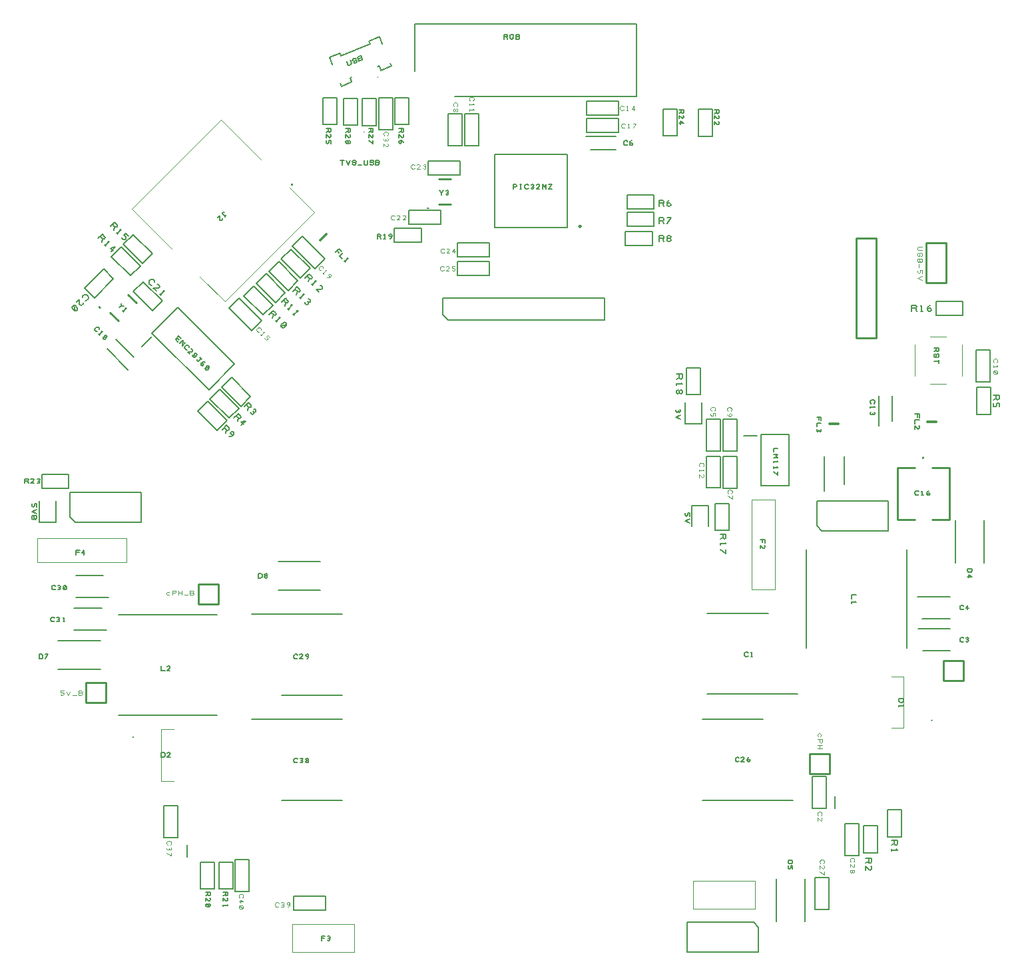
<source format=gto>
G04 DesignSpark PCB Gerber Version 12.0 Build 5942*
%FSLAX35Y35*%
%MOMM*%
%ADD12C,0.10000*%
%ADD11C,0.12700*%
%ADD10C,0.20000*%
%ADD13C,0.20320*%
%ADD16C,0.25000*%
%ADD14C,0.25400*%
%ADD15C,0.30000*%
X0Y0D02*
D02*
D10*
X39659450Y45521760D02*
Y45251760D01*
X39869450D01*
Y45521760D01*
X39895950Y43382260D02*
X40435950D01*
X40102450Y43881760D02*
X40514950D01*
X40124950Y44291760D02*
X40537450D01*
X40435950Y43744260D02*
X39895950D01*
X40452450Y44161760D02*
X40102450D01*
X40474950Y44571760D02*
X40124950D01*
X40521480Y47461060D02*
X40790180Y47192360D01*
X40669950Y42794260D02*
X41919950D01*
X40848490Y42518260D02*
G75*
G02*
X40858490I5000J0D01*
G01*
G75*
G03*
X40848490I-5000J0D01*
G01*
X40858490D02*
G75*
G02*
X40848490I-5000J0D01*
G01*
X40858490D02*
X40864420Y47351460D02*
X40638150Y47577730D01*
X40963880Y47486510D02*
X41091160Y47613790D01*
X41094690Y47659750D02*
X41419960Y47985020D01*
X42141210Y47263770D01*
X41815940Y46938500D01*
X41094690Y47659750D01*
X41541950Y40996760D02*
Y41149260D01*
X41919950Y44074260D02*
X40669950D01*
X42363450Y42746760D02*
X43510950D01*
X42363450Y44084260D02*
X43510950D01*
X42702950Y44387060D02*
X43236950D01*
X42738450Y41716760D02*
X43510950D01*
X42738450Y43054260D02*
X43510950D01*
X42865790Y49556740D02*
G75*
G02*
X42879930Y49542600I7070J-7070D01*
G01*
X42865790Y49556740D02*
G75*
G03*
X42879930Y49542600I7070J-7070D01*
G01*
X43236950Y44749460D02*
X42702950D01*
X43487330Y50838610D02*
X43502310Y50801520D01*
X43634430Y50854900D01*
X43611960Y50910530D01*
X43630500Y50918030D01*
X43964290Y51052880D02*
X43982830Y51060380D01*
X44005310Y51004740D01*
X44137430Y51058130D01*
X44122450Y51095210D01*
X44025050Y51336280D02*
X43987590Y51429000D01*
X43855470Y51375620D01*
X43870450Y51338530D01*
X43499580Y51188690D01*
X43484590Y51225780D01*
X43352470Y51172390D01*
X43389930Y51079680D01*
X44944950Y50673260D02*
X47252950D01*
Y51598260D01*
X44434950D01*
Y50988760D01*
X46378450Y49002760D02*
X45448450D01*
Y49932760D01*
X46378450D01*
Y49002760D01*
X46671450Y49996660D02*
X46991450D01*
Y50161660D02*
X46611450D01*
X47870950Y46773260D02*
Y46503260D01*
X48080950D01*
Y46773260D01*
X48171450Y45197760D02*
Y45467760D01*
X47961450D01*
Y45197760D01*
X48614950Y46353760D02*
X48789950D01*
X48842450Y46366260D02*
X49192450D01*
Y45716260D01*
X48842450D01*
Y46366260D01*
X48867450Y42746760D02*
X48094950D01*
X48927450Y44095260D02*
X48154950D01*
X49031750Y40710260D02*
Y40176260D01*
X49242450Y41716760D02*
X48094950D01*
X49302450Y43065260D02*
X48154950D01*
X49394150Y40176260D02*
Y40710260D01*
X49409950Y44901760D02*
Y43651760D01*
X49643950Y45647760D02*
Y46089260D01*
X49776950Y41614260D02*
Y41766760D01*
X49898950Y45739260D02*
Y46089260D01*
X50339450Y46861760D02*
Y46481760D01*
X50504450Y46541760D02*
Y46861760D01*
X50689950Y43651760D02*
Y44901760D01*
X50889950Y44021760D02*
X51239950D01*
X50894950Y43621760D02*
X51244950D01*
X51003910Y42732760D02*
G75*
G03*
X51013910I5000J0D01*
G01*
X51003910D02*
G75*
G02*
X51013910I5000J0D01*
G01*
X51003910D02*
X51013910D02*
G75*
G02*
X51003910I-5000J0D01*
G01*
X51239950Y44301760D02*
X50827450D01*
X51244950Y43901760D02*
X50832450D01*
X51313450Y45276760D02*
Y44736760D01*
X51675450D02*
Y45276760D01*
D02*
D11*
X39477450Y45748220D02*
Y45804470D01*
X39510260D01*
X39519640Y45799790D01*
X39524330Y45790410D01*
X39519640Y45781040D01*
X39510260Y45776350D01*
X39477450D01*
X39510260D02*
X39524330Y45748220D01*
X39589950D02*
X39552450D01*
X39585260Y45781040D01*
X39589950Y45790410D01*
X39585260Y45799790D01*
X39575890Y45804470D01*
X39561830D01*
X39552450Y45799790D01*
X39632140Y45752910D02*
X39641510Y45748220D01*
X39650890D01*
X39660260Y45752910D01*
X39664950Y45762290D01*
X39660260Y45771660D01*
X39650890Y45776350D01*
X39641510D01*
X39650890D02*
X39660260Y45781040D01*
X39664950Y45790410D01*
X39660260Y45799790D01*
X39650890Y45804470D01*
X39641510D01*
X39632140Y45799790D01*
X39571200Y45486660D02*
X39566510Y45477280D01*
Y45463220D01*
X39571200Y45453850D01*
X39580580Y45449160D01*
X39585260D01*
X39594640Y45453850D01*
X39599330Y45463220D01*
Y45486660D01*
X39622760D01*
Y45449160D01*
Y45411660D02*
X39566510Y45388220D01*
X39622760Y45364780D01*
X39594640Y45303850D02*
X39589950Y45294470D01*
X39580580Y45289780D01*
X39571200Y45294470D01*
X39566510Y45303850D01*
Y45336660D01*
X39622760D01*
Y45303850D01*
X39618080Y45294470D01*
X39608700Y45289780D01*
X39599330Y45294470D01*
X39594640Y45303850D01*
Y45336660D01*
X39659950Y43515720D02*
Y43571970D01*
X39688080D01*
X39697450Y43567290D01*
X39702140Y43562600D01*
X39706830Y43553220D01*
Y43534470D01*
X39702140Y43525100D01*
X39697450Y43520410D01*
X39688080Y43515720D01*
X39659950D01*
X39734950D02*
X39772450Y43571970D01*
X39734950D01*
X39851830Y43997600D02*
X39847140Y43992910D01*
X39837760Y43988220D01*
X39823700D01*
X39814330Y43992910D01*
X39809640Y43997600D01*
X39804950Y44006970D01*
Y44025720D01*
X39809640Y44035100D01*
X39814330Y44039790D01*
X39823700Y44044470D01*
X39837760D01*
X39847140Y44039790D01*
X39851830Y44035100D01*
X39884640Y43992910D02*
X39894010Y43988220D01*
X39903390D01*
X39912760Y43992910D01*
X39917450Y44002290D01*
X39912760Y44011660D01*
X39903390Y44016350D01*
X39894010D01*
X39903390D02*
X39912760Y44021040D01*
X39917450Y44030410D01*
X39912760Y44039790D01*
X39903390Y44044470D01*
X39894010D01*
X39884640Y44039790D01*
X39964330Y43988220D02*
X39983080D01*
X39973700D02*
Y44044470D01*
X39964330Y44035100D01*
X39864330Y44402600D02*
X39859640Y44397910D01*
X39850260Y44393220D01*
X39836200D01*
X39826830Y44397910D01*
X39822140Y44402600D01*
X39817450Y44411970D01*
Y44430720D01*
X39822140Y44440100D01*
X39826830Y44444790D01*
X39836200Y44449470D01*
X39850260D01*
X39859640Y44444790D01*
X39864330Y44440100D01*
X39897140Y44397910D02*
X39906510Y44393220D01*
X39915890D01*
X39925260Y44397910D01*
X39929950Y44407290D01*
X39925260Y44416660D01*
X39915890Y44421350D01*
X39906510D01*
X39915890D02*
X39925260Y44426040D01*
X39929950Y44435410D01*
X39925260Y44444790D01*
X39915890Y44449470D01*
X39906510D01*
X39897140Y44444790D01*
X39972140Y44397910D02*
X39981510Y44393220D01*
X39990890D01*
X40000260Y44397910D01*
X40004950Y44407290D01*
Y44435410D01*
X40000260Y44444790D01*
X39990890Y44449470D01*
X39981510D01*
X39972140Y44444790D01*
X39967450Y44435410D01*
Y44407290D01*
X39972140Y44397910D01*
X40000260Y44444790D01*
X40050750Y45635960D02*
X40954150D01*
Y45256560D01*
X40114250D01*
X40050750Y45320060D01*
Y45635960D01*
X40126950Y44840320D02*
Y44896570D01*
X40173830D01*
X40164450Y44868450D02*
X40126950D01*
X40225390Y44840320D02*
Y44896570D01*
X40201950Y44859070D01*
X40239450D01*
X40207850Y48110370D02*
Y48119210D01*
X40212270Y48132470D01*
X40225530Y48145720D01*
X40238790Y48150140D01*
X40247630D01*
X40260890Y48145720D01*
X40278560Y48128050D01*
X40282980Y48114790D01*
Y48105950D01*
X40278560Y48092690D01*
X40265310Y48079430D01*
X40252050Y48075010D01*
X40243210D01*
X40137140Y48057340D02*
X40172500Y48092690D01*
Y48030820D01*
X40176920Y48017560D01*
X40190180Y48013140D01*
X40203430Y48017560D01*
X40216690Y48030820D01*
X40221110Y48044080D01*
X40101790Y48013140D02*
X40088530Y48008720D01*
X40079690Y47999880D01*
X40075270Y47986630D01*
X40079690Y47973370D01*
X40106210Y47946850D01*
X40119460Y47942430D01*
X40132720Y47946850D01*
X40141560Y47955690D01*
X40145980Y47968950D01*
X40141560Y47982210D01*
X40115050Y48008720D01*
X40101790Y48013140D01*
X40119460Y47942430D01*
X40397170Y47680090D02*
X40390540D01*
X40380590Y47683400D01*
X40370650Y47693340D01*
X40367340Y47703290D01*
Y47709920D01*
X40370650Y47719860D01*
X40383910Y47733120D01*
X40393860Y47736430D01*
X40400490D01*
X40410420Y47733120D01*
X40420370Y47723180D01*
X40423690Y47713230D01*
Y47706600D01*
X40417060Y47646940D02*
X40430320Y47633680D01*
X40423680Y47640310D02*
X40463460Y47680090D01*
X40450210D01*
X40493290Y47610480D02*
X40499920Y47603850D01*
X40509870Y47600540D01*
X40519810Y47603850D01*
X40523120Y47613800D01*
X40519810Y47623740D01*
X40513170Y47630370D01*
X40503240Y47633690D01*
X40493290Y47630370D01*
X40489980Y47620430D01*
X40493290Y47610480D01*
X40483350Y47613790D01*
X40473410Y47610480D01*
X40470090Y47600540D01*
X40473400Y47590590D01*
X40480030Y47583960D01*
X40489970Y47580650D01*
X40499920Y47583970D01*
X40503230Y47593910D01*
X40499920Y47603850D01*
X40408210Y48864920D02*
X40461240Y48917950D01*
X40492180Y48887020D01*
X40496600Y48873760D01*
X40492180Y48860500D01*
X40478920Y48856080D01*
X40465660Y48860500D01*
X40434720Y48891430D01*
X40465660Y48860500D02*
X40452400Y48820720D01*
X40487760Y48785370D02*
X40505440Y48767690D01*
X40496600Y48776530D02*
X40549630Y48829560D01*
X40531950D01*
X40571730Y48701400D02*
X40624760Y48754430D01*
X40567310Y48741170D01*
X40602660Y48705820D01*
X40563210Y49017420D02*
X40616240Y49070450D01*
X40647180Y49039520D01*
X40651600Y49026260D01*
X40647180Y49013000D01*
X40633920Y49008580D01*
X40620660Y49013000D01*
X40589720Y49043930D01*
X40620660Y49013000D02*
X40607400Y48973220D01*
X40642760Y48937870D02*
X40660440Y48920190D01*
X40651600Y48929030D02*
X40704630Y48982060D01*
X40686950D01*
X40709050Y48880420D02*
X40713470Y48867160D01*
X40726730Y48853900D01*
X40739980Y48849480D01*
X40753240Y48853900D01*
X40757660Y48858320D01*
X40762080Y48871580D01*
X40757660Y48884840D01*
X40735570Y48906930D01*
X40757660Y48929030D01*
X40793020Y48893670D01*
X40678970Y47985030D02*
X40698860Y48004920D01*
X40702170Y48041380D01*
X40698860Y48004920D02*
X40735320Y48008230D01*
X40722060Y47941940D02*
X40735320Y47928680D01*
X40728680Y47935310D02*
X40768460Y47975090D01*
X40755210D01*
X41093740Y48269560D02*
X41084900D01*
X41071640Y48273980D01*
X41058390Y48287240D01*
X41053970Y48300500D01*
Y48309340D01*
X41058390Y48322600D01*
X41076060Y48340270D01*
X41089320Y48344690D01*
X41098160D01*
X41111420Y48340270D01*
X41124680Y48327020D01*
X41129100Y48313760D01*
Y48304920D01*
X41146770Y48198850D02*
X41111420Y48234210D01*
X41173290D01*
X41186550Y48238630D01*
X41190970Y48251890D01*
X41186550Y48265140D01*
X41173290Y48278400D01*
X41160030Y48282820D01*
X41190970Y48154660D02*
X41208650Y48136980D01*
X41199810Y48145820D02*
X41252840Y48198850D01*
X41235160D01*
X41209950Y43419570D02*
Y43363320D01*
X41256830D01*
X41322450D02*
X41284950D01*
X41317760Y43396140D01*
X41322450Y43405510D01*
X41317760Y43414890D01*
X41308390Y43419570D01*
X41294330D01*
X41284950Y43414890D01*
X41212450Y42265720D02*
Y42321970D01*
X41240580D01*
X41249950Y42317290D01*
X41254640Y42312600D01*
X41259330Y42303220D01*
Y42284470D01*
X41254640Y42275100D01*
X41249950Y42270410D01*
X41240580Y42265720D01*
X41212450D01*
X41324950D02*
X41287450D01*
X41320260Y42298540D01*
X41324950Y42307910D01*
X41320260Y42317290D01*
X41310890Y42321970D01*
X41296830D01*
X41287450Y42317290D01*
X41392390Y47581600D02*
X41432170Y47621380D01*
X41465320Y47588230D01*
X41438800Y47574980D02*
X41412280Y47601490D01*
X41392390Y47581600D02*
X41425540Y47548450D01*
X41445420Y47528570D02*
X41485200Y47568340D01*
X41478570Y47495420D01*
X41518350Y47535190D01*
X41538240Y47449020D02*
X41531610D01*
X41521660Y47452340D01*
X41511720Y47462280D01*
X41508410Y47472220D01*
Y47478850D01*
X41511720Y47488790D01*
X41524970Y47502050D01*
X41534920Y47505370D01*
X41541560D01*
X41551490Y47502050D01*
X41561430Y47492110D01*
X41564760Y47482170D01*
Y47475540D01*
X41578010Y47395990D02*
X41551490Y47422500D01*
X41597900Y47422510D01*
X41607840Y47425820D01*
X41611160Y47435770D01*
X41607840Y47445700D01*
X41597900Y47455640D01*
X41587960Y47458970D01*
X41634360Y47379420D02*
X41640990Y47372790D01*
X41650930Y47369480D01*
X41660870Y47372790D01*
X41664190Y47382740D01*
X41660870Y47392670D01*
X41654240Y47399300D01*
X41644310Y47402620D01*
X41634360Y47399300D01*
X41631050Y47389360D01*
X41634360Y47379420D01*
X41624410Y47382730D01*
X41614470Y47379420D01*
X41611160Y47369470D01*
X41614470Y47359530D01*
X41621100Y47352900D01*
X41631040Y47349590D01*
X41640990Y47352900D01*
X41644300Y47362840D01*
X41640990Y47372790D01*
X41664190Y47323070D02*
Y47316440D01*
X41667500Y47306490D01*
X41677450Y47303180D01*
X41684080D01*
X41717220Y47336320D01*
X41723850Y47329700D01*
X41717220Y47336320D02*
X41703960Y47349580D01*
X41720540Y47273350D02*
X41730480Y47276660D01*
X41740420Y47273350D01*
X41747060Y47266720D01*
X41750360Y47256780D01*
X41747060Y47246840D01*
X41737110Y47243520D01*
X41727160Y47246830D01*
X41720530Y47253460D01*
X41717220Y47263400D01*
X41720540Y47273350D01*
X41730480Y47283290D01*
X41743740Y47289920D01*
X41757000Y47289930D01*
X41766940Y47286600D01*
X41770260Y47210370D02*
X41773560Y47200430D01*
X41780200Y47193800D01*
X41790140Y47190490D01*
X41800090Y47193800D01*
X41819970Y47213690D01*
X41823290Y47223640D01*
X41819970Y47233570D01*
X41813340Y47240200D01*
X41803400Y47243520D01*
X41793460Y47240200D01*
X41773570Y47220320D01*
X41770260Y47210370D01*
X41823290Y47223640D01*
X41421350Y41238260D02*
Y41644260D01*
X41243550D01*
Y41238260D01*
X41421350D01*
X41776510Y40546660D02*
X41832760D01*
Y40513850D01*
X41828080Y40504470D01*
X41818700Y40499780D01*
X41809330Y40504470D01*
X41804640Y40513850D01*
Y40546660D01*
Y40513850D02*
X41776510Y40499780D01*
Y40434160D02*
Y40471660D01*
X41809330Y40438850D01*
X41818700Y40434160D01*
X41828080Y40438850D01*
X41832760Y40448220D01*
Y40462280D01*
X41828080Y40471660D01*
X41781200Y40391970D02*
X41776510Y40382600D01*
Y40373220D01*
X41781200Y40363850D01*
X41790580Y40359160D01*
X41818700D01*
X41828080Y40363850D01*
X41832760Y40373220D01*
Y40382600D01*
X41828080Y40391970D01*
X41818700Y40396660D01*
X41790580D01*
X41781200Y40391970D01*
X41828080Y40363850D01*
X41985710Y46432420D02*
X42038740Y46485450D01*
X42069680Y46454520D01*
X42074100Y46441260D01*
X42069680Y46428000D01*
X42056420Y46423580D01*
X42043160Y46428000D01*
X42012220Y46458930D01*
X42043160Y46428000D02*
X42029900Y46388220D01*
X42069680Y46348450D02*
X42082940Y46344030D01*
X42100610D01*
X42118290Y46352870D01*
X42131550Y46366130D01*
X42135970Y46379390D01*
X42131550Y46392640D01*
X42122710Y46401480D01*
X42109450Y46405900D01*
X42096190Y46401480D01*
X42091770Y46388220D01*
X42096190Y46374970D01*
X42105030Y46366130D01*
X42118290Y46361710D01*
X42131550Y46366130D01*
X41999010Y40545460D02*
X42055260D01*
Y40512650D01*
X42050580Y40503270D01*
X42041200Y40498580D01*
X42031830Y40503270D01*
X42027140Y40512650D01*
Y40545460D01*
Y40512650D02*
X41999010Y40498580D01*
Y40432960D02*
Y40470460D01*
X42031830Y40437650D01*
X42041200Y40432960D01*
X42050580Y40437650D01*
X42055260Y40447020D01*
Y40461080D01*
X42050580Y40470460D01*
X41999010Y40386080D02*
Y40367330D01*
Y40376710D02*
X42055260D01*
X42045890Y40386080D01*
X42012970Y49201120D02*
X42006340D01*
X41996400Y49197810D01*
X41993080Y49187860D01*
Y49181220D01*
X42026230Y49148080D01*
X42019600Y49141460D01*
X42026230Y49148080D02*
X42039480Y49161340D01*
X41926790Y49128200D02*
X41953310Y49154720D01*
X41953320Y49108310D01*
X41956630Y49098370D01*
X41966570Y49095050D01*
X41976510Y49098370D01*
X41986450Y49108310D01*
X41989770Y49118250D01*
X42135710Y46582420D02*
X42188740Y46635450D01*
X42219680Y46604520D01*
X42224100Y46591260D01*
X42219680Y46578000D01*
X42206420Y46573580D01*
X42193160Y46578000D01*
X42162220Y46608930D01*
X42193160Y46578000D02*
X42179900Y46538220D01*
X42228520Y46489610D02*
X42281550Y46542640D01*
X42224100Y46529390D01*
X42259450Y46494030D01*
X42153050Y40957760D02*
Y40551760D01*
X42330850D01*
Y40957760D01*
X42153050D01*
X42265710Y46722520D02*
X42318740Y46775550D01*
X42349680Y46744620D01*
X42354100Y46731360D01*
X42349680Y46718100D01*
X42336420Y46713680D01*
X42323160Y46718100D01*
X42292220Y46749030D01*
X42323160Y46718100D02*
X42309900Y46678320D01*
X42345260Y46651810D02*
X42349680Y46638550D01*
X42358520Y46629710D01*
X42371770Y46625290D01*
X42385030Y46629710D01*
X42389450Y46642970D01*
X42385030Y46656230D01*
X42376190Y46665070D01*
X42385030Y46656230D02*
X42398290Y46651810D01*
X42411550Y46656230D01*
X42415970Y46669490D01*
X42411550Y46682740D01*
X42402710Y46691580D01*
X42389450Y46696000D01*
X42447450Y44543220D02*
Y44599470D01*
X42475580D01*
X42484950Y44594790D01*
X42489640Y44590100D01*
X42494330Y44580720D01*
Y44561970D01*
X42489640Y44552600D01*
X42484950Y44547910D01*
X42475580Y44543220D01*
X42447450D01*
X42536510Y44571350D02*
X42545890D01*
X42555260Y44576040D01*
X42559950Y44585410D01*
X42555260Y44594790D01*
X42545890Y44599470D01*
X42536510D01*
X42527140Y44594790D01*
X42522450Y44585410D01*
X42527140Y44576040D01*
X42536510Y44571350D01*
X42527140Y44566660D01*
X42522450Y44557290D01*
X42527140Y44547910D01*
X42536510Y44543220D01*
X42545890D01*
X42555260Y44547910D01*
X42559950Y44557290D01*
X42555260Y44566660D01*
X42545890Y44571350D01*
X42484210Y47820230D02*
X42197120Y48107310D01*
X42071400Y47981590D01*
X42358480Y47694500D01*
X42484210Y47820230D01*
X42583210Y47894920D02*
X42636240Y47947950D01*
X42667180Y47917020D01*
X42671600Y47903760D01*
X42667180Y47890500D01*
X42653920Y47886080D01*
X42640660Y47890500D01*
X42609720Y47921430D01*
X42640660Y47890500D02*
X42627400Y47850720D01*
X42662760Y47815370D02*
X42680440Y47797690D01*
X42671600Y47806530D02*
X42724630Y47859560D01*
X42706950D01*
X42733470Y47753500D02*
X42737890Y47740240D01*
X42746730Y47731400D01*
X42759980Y47726980D01*
X42773240Y47731400D01*
X42799760Y47757920D01*
X42804180Y47771170D01*
X42799760Y47784430D01*
X42790920Y47793270D01*
X42777660Y47797690D01*
X42764400Y47793270D01*
X42737890Y47766760D01*
X42733470Y47753500D01*
X42804180Y47771170D01*
X42738210Y48052420D02*
X42791240Y48105450D01*
X42822180Y48074520D01*
X42826600Y48061260D01*
X42822180Y48048000D01*
X42808920Y48043580D01*
X42795660Y48048000D01*
X42764720Y48078930D01*
X42795660Y48048000D02*
X42782400Y48008220D01*
X42817760Y47972870D02*
X42835440Y47955190D01*
X42826600Y47964030D02*
X42879630Y48017060D01*
X42861950D01*
X42888470Y47902160D02*
X42906150Y47884480D01*
X42897310Y47893320D02*
X42950340Y47946350D01*
X42932660D01*
X42887910Y48193320D02*
X42940940Y48246350D01*
X42971880Y48215420D01*
X42976300Y48202160D01*
X42971880Y48188900D01*
X42958620Y48184480D01*
X42945360Y48188900D01*
X42914420Y48219830D01*
X42945360Y48188900D02*
X42932100Y48149120D01*
X42967460Y48113770D02*
X42985140Y48096090D01*
X42976300Y48104930D02*
X43029330Y48157960D01*
X43011650D01*
X43038170Y48051900D02*
X43042590Y48038640D01*
X43051430Y48029800D01*
X43064680Y48025380D01*
X43077940Y48029800D01*
X43082360Y48043060D01*
X43077940Y48056320D01*
X43069100Y48065160D01*
X43077940Y48056320D02*
X43091200Y48051900D01*
X43104460Y48056320D01*
X43108880Y48069570D01*
X43104460Y48082830D01*
X43095620Y48091670D01*
X43082360Y48096090D01*
X42944330Y42202600D02*
X42939640Y42197910D01*
X42930260Y42193220D01*
X42916200D01*
X42906830Y42197910D01*
X42902140Y42202600D01*
X42897450Y42211970D01*
Y42230720D01*
X42902140Y42240100D01*
X42906830Y42244790D01*
X42916200Y42249470D01*
X42930260D01*
X42939640Y42244790D01*
X42944330Y42240100D01*
X42977140Y42197910D02*
X42986510Y42193220D01*
X42995890D01*
X43005260Y42197910D01*
X43009950Y42207290D01*
X43005260Y42216660D01*
X42995890Y42221350D01*
X42986510D01*
X42995890D02*
X43005260Y42226040D01*
X43009950Y42235410D01*
X43005260Y42244790D01*
X42995890Y42249470D01*
X42986510D01*
X42977140Y42244790D01*
X43061510Y42221350D02*
X43070890D01*
X43080260Y42226040D01*
X43084950Y42235410D01*
X43080260Y42244790D01*
X43070890Y42249470D01*
X43061510D01*
X43052140Y42244790D01*
X43047450Y42235410D01*
X43052140Y42226040D01*
X43061510Y42221350D01*
X43052140Y42216660D01*
X43047450Y42207290D01*
X43052140Y42197910D01*
X43061510Y42193220D01*
X43070890D01*
X43080260Y42197910D01*
X43084950Y42207290D01*
X43080260Y42216660D01*
X43070890Y42221350D01*
X42944330Y43525100D02*
X42939640Y43520410D01*
X42930260Y43515720D01*
X42916200D01*
X42906830Y43520410D01*
X42902140Y43525100D01*
X42897450Y43534470D01*
Y43553220D01*
X42902140Y43562600D01*
X42906830Y43567290D01*
X42916200Y43571970D01*
X42930260D01*
X42939640Y43567290D01*
X42944330Y43562600D01*
X43009950Y43515720D02*
X42972450D01*
X43005260Y43548540D01*
X43009950Y43557910D01*
X43005260Y43567290D01*
X42995890Y43571970D01*
X42981830D01*
X42972450Y43567290D01*
X43061510Y43515720D02*
X43070890Y43520410D01*
X43080260Y43529790D01*
X43084950Y43543850D01*
Y43557910D01*
X43080260Y43567290D01*
X43070890Y43571970D01*
X43061510D01*
X43052140Y43567290D01*
X43047450Y43557910D01*
X43052140Y43548540D01*
X43061510Y43543850D01*
X43070890D01*
X43080260Y43548540D01*
X43084950Y43557910D01*
X43040710Y48359920D02*
X43093740Y48412950D01*
X43124680Y48382020D01*
X43129100Y48368760D01*
X43124680Y48355500D01*
X43111420Y48351080D01*
X43098160Y48355500D01*
X43067220Y48386430D01*
X43098160Y48355500D02*
X43084900Y48315720D01*
X43120260Y48280370D02*
X43137940Y48262690D01*
X43129100Y48271530D02*
X43182130Y48324560D01*
X43164450D01*
X43217480Y48183140D02*
X43182130Y48218500D01*
X43244000D01*
X43257260Y48222920D01*
X43261680Y48236170D01*
X43257260Y48249430D01*
X43244000Y48262690D01*
X43230740Y48267110D01*
X43247450Y39930720D02*
Y39986970D01*
X43294330D01*
X43284950Y39958850D02*
X43247450D01*
X43327140Y39935410D02*
X43336510Y39930720D01*
X43345890D01*
X43355260Y39935410D01*
X43359950Y39944790D01*
X43355260Y39954160D01*
X43345890Y39958850D01*
X43336510D01*
X43345890D02*
X43355260Y39963540D01*
X43359950Y39972910D01*
X43355260Y39982290D01*
X43345890Y39986970D01*
X43336510D01*
X43327140Y39982290D01*
X43293210Y48605730D02*
X43006120Y48892810D01*
X42880400Y48767090D01*
X43167480Y48480000D01*
X43293210Y48605730D01*
X43309010Y50260760D02*
X43365260D01*
Y50227950D01*
X43360580Y50218570D01*
X43351200Y50213880D01*
X43341830Y50218570D01*
X43337140Y50227950D01*
Y50260760D01*
Y50227950D02*
X43309010Y50213880D01*
Y50148260D02*
Y50185760D01*
X43341830Y50152950D01*
X43351200Y50148260D01*
X43360580Y50152950D01*
X43365260Y50162320D01*
Y50176380D01*
X43360580Y50185760D01*
X43313700Y50110760D02*
X43309010Y50101380D01*
Y50087320D01*
X43313700Y50077950D01*
X43323080Y50073260D01*
X43327760D01*
X43337140Y50077950D01*
X43341830Y50087320D01*
Y50110760D01*
X43365260D01*
Y50073260D01*
X43303450Y40493160D02*
X42897450D01*
Y40315360D01*
X43303450D01*
Y40493160D01*
X43427390Y48691600D02*
X43467170Y48731380D01*
X43500320Y48698230D01*
X43473800Y48684980D02*
X43447280Y48711490D01*
X43520200Y48678340D02*
X43480420Y48638570D01*
X43513570Y48605420D01*
X43540090Y48578900D02*
X43553350Y48565640D01*
X43546720Y48572280D02*
X43586490Y48612050D01*
X43573240D01*
X43513390Y49803310D02*
Y49859560D01*
X43489950D02*
X43536830D01*
X43564950D02*
X43588390Y49803310D01*
X43611830Y49859560D01*
X43639950Y49817380D02*
X43644640Y49808000D01*
X43654010Y49803310D01*
X43672760D01*
X43682140Y49808000D01*
X43686830Y49817380D01*
X43682140Y49826750D01*
X43672760Y49831440D01*
X43654010D01*
X43644640Y49836130D01*
X43639950Y49845500D01*
X43644640Y49854880D01*
X43654010Y49859560D01*
X43672760D01*
X43682140Y49854880D01*
X43686830Y49845500D01*
X43714950Y49803310D02*
X43761830D01*
X43789950Y49859560D02*
Y49817380D01*
X43794640Y49808000D01*
X43804010Y49803310D01*
X43822760D01*
X43832140Y49808000D01*
X43836830Y49817380D01*
Y49859560D01*
X43864950Y49817380D02*
X43869640Y49808000D01*
X43879010Y49803310D01*
X43897760D01*
X43907140Y49808000D01*
X43911830Y49817380D01*
X43907140Y49826750D01*
X43897760Y49831440D01*
X43879010D01*
X43869640Y49836130D01*
X43864950Y49845500D01*
X43869640Y49854880D01*
X43879010Y49859560D01*
X43897760D01*
X43907140Y49854880D01*
X43911830Y49845500D01*
X43972760Y49831440D02*
X43982140Y49826750D01*
X43986830Y49817380D01*
X43982140Y49808000D01*
X43972760Y49803310D01*
X43939950D01*
Y49859560D01*
X43972760D01*
X43982140Y49854880D01*
X43986830Y49845500D01*
X43982140Y49836130D01*
X43972760Y49831440D01*
X43939950D01*
X43559010Y50260760D02*
X43615260D01*
Y50227950D01*
X43610580Y50218570D01*
X43601200Y50213880D01*
X43591830Y50218570D01*
X43587140Y50227950D01*
Y50260760D01*
Y50227950D02*
X43559010Y50213880D01*
Y50148260D02*
Y50185760D01*
X43591830Y50152950D01*
X43601200Y50148260D01*
X43610580Y50152950D01*
X43615260Y50162320D01*
Y50176380D01*
X43610580Y50185760D01*
X43587140Y50096700D02*
Y50087320D01*
X43591830Y50077950D01*
X43601200Y50073260D01*
X43610580Y50077950D01*
X43615260Y50087320D01*
Y50096700D01*
X43610580Y50106070D01*
X43601200Y50110760D01*
X43591830Y50106070D01*
X43587140Y50096700D01*
X43582450Y50106070D01*
X43573080Y50110760D01*
X43563700Y50106070D01*
X43559010Y50096700D01*
Y50087320D01*
X43563700Y50077950D01*
X43573080Y50073260D01*
X43582450Y50077950D01*
X43587140Y50087320D01*
X43568610Y51116850D02*
X43584410Y51077740D01*
X43592270Y51070800D01*
X43602720Y51069960D01*
X43620100Y51076990D01*
X43627040Y51084850D01*
X43627880Y51095300D01*
X43612080Y51134410D01*
X43653950Y51105840D02*
X43661810Y51098900D01*
X43672260Y51098060D01*
X43689640Y51105080D01*
X43696580Y51112940D01*
X43697420Y51123400D01*
X43689560Y51130330D01*
X43679110Y51131160D01*
X43661720Y51124140D01*
X43651280Y51124980D01*
X43643420Y51131910D01*
X43644250Y51142360D01*
X43651190Y51150210D01*
X43668570Y51157240D01*
X43679020Y51156410D01*
X43686880Y51149470D01*
X43748640Y51159260D02*
X43759100Y51158430D01*
X43766960Y51151490D01*
X43766120Y51141040D01*
X43759180Y51133180D01*
X43728760Y51120890D01*
X43707690Y51173040D01*
X43738110Y51185330D01*
X43748560Y51184510D01*
X43756420Y51177570D01*
X43755580Y51167120D01*
X43748640Y51159260D01*
X43718220Y51146970D01*
X43849010Y50260760D02*
X43905260D01*
Y50227950D01*
X43900580Y50218570D01*
X43891200Y50213880D01*
X43881830Y50218570D01*
X43877140Y50227950D01*
Y50260760D01*
Y50227950D02*
X43849010Y50213880D01*
Y50148260D02*
Y50185760D01*
X43881830Y50152950D01*
X43891200Y50148260D01*
X43900580Y50152950D01*
X43905260Y50162320D01*
Y50176380D01*
X43900580Y50185760D01*
X43849010Y50110760D02*
X43905260Y50073260D01*
Y50110760D01*
X43957450Y48863220D02*
Y48919470D01*
X43990260D01*
X43999640Y48914790D01*
X44004330Y48905410D01*
X43999640Y48896040D01*
X43990260Y48891350D01*
X43957450D01*
X43990260D02*
X44004330Y48863220D01*
X44041830D02*
X44060580D01*
X44051200D02*
Y48919470D01*
X44041830Y48910100D01*
X44121510Y48863220D02*
X44130890Y48867910D01*
X44140260Y48877290D01*
X44144950Y48891350D01*
Y48905410D01*
X44140260Y48914790D01*
X44130890Y48919470D01*
X44121510D01*
X44112140Y48914790D01*
X44107450Y48905410D01*
X44112140Y48896040D01*
X44121510Y48891350D01*
X44130890D01*
X44140260Y48896040D01*
X44144950Y48905410D01*
X43976550Y50653760D02*
Y50247760D01*
X44154350D01*
Y50653760D01*
X43976550D01*
X44236510Y50260760D02*
X44292760D01*
Y50227950D01*
X44288080Y50218570D01*
X44278700Y50213880D01*
X44269330Y50218570D01*
X44264640Y50227950D01*
Y50260760D01*
Y50227950D02*
X44236510Y50213880D01*
Y50148260D02*
Y50185760D01*
X44269330Y50152950D01*
X44278700Y50148260D01*
X44288080Y50152950D01*
X44292760Y50162320D01*
Y50176380D01*
X44288080Y50185760D01*
X44250580Y50110760D02*
X44259950Y50106070D01*
X44264640Y50096700D01*
Y50087320D01*
X44259950Y50077950D01*
X44250580Y50073260D01*
X44241200Y50077950D01*
X44236510Y50087320D01*
Y50096700D01*
X44241200Y50106070D01*
X44250580Y50110760D01*
X44264640D01*
X44278700Y50106070D01*
X44288080Y50096700D01*
X44292760Y50087320D01*
X44361950Y49043860D02*
X44767950D01*
Y49221660D01*
X44361950D01*
Y49043860D01*
X44773390Y49418220D02*
Y49446350D01*
X44749950Y49474470D01*
X44773390Y49446350D02*
X44796830Y49474470D01*
X44829640Y49422910D02*
X44839010Y49418220D01*
X44848390D01*
X44857760Y49422910D01*
X44862450Y49432290D01*
X44857760Y49441660D01*
X44848390Y49446350D01*
X44839010D01*
X44848390D02*
X44857760Y49451040D01*
X44862450Y49460410D01*
X44857760Y49469790D01*
X44848390Y49474470D01*
X44839010D01*
X44829640Y49469790D01*
X44792750Y48107960D02*
X46850150D01*
Y47828560D01*
X44856250D01*
X44792750Y47892060D01*
Y48107960D01*
X44857050Y50447660D02*
Y50041660D01*
X45034850D01*
Y50447660D01*
X44857050D01*
X44973950Y48397760D02*
X45379950D01*
Y48575560D01*
X44973950D01*
Y48397760D01*
Y48627760D02*
X45379950D01*
Y48805560D01*
X44973950D01*
Y48627760D01*
X45014450Y49854160D02*
X44608450D01*
Y49676360D01*
X45014450D01*
Y49854160D01*
X45071050Y50447660D02*
Y50041660D01*
X45248850D01*
Y50447660D01*
X45071050D01*
X45569950Y51403220D02*
Y51459470D01*
X45602760D01*
X45612140Y51454790D01*
X45616830Y51445410D01*
X45612140Y51436040D01*
X45602760Y51431350D01*
X45569950D01*
X45602760D02*
X45616830Y51403220D01*
X45677760Y51426660D02*
X45691830D01*
Y51421970D01*
X45687140Y51412600D01*
X45682450Y51407910D01*
X45673080Y51403220D01*
X45663700D01*
X45654330Y51407910D01*
X45649640Y51412600D01*
X45644950Y51421970D01*
Y51440720D01*
X45649640Y51450100D01*
X45654330Y51454790D01*
X45663700Y51459470D01*
X45673080D01*
X45682450Y51454790D01*
X45687140Y51450100D01*
X45691830Y51440720D01*
X45752760Y51431350D02*
X45762140Y51426660D01*
X45766830Y51417290D01*
X45762140Y51407910D01*
X45752760Y51403220D01*
X45719950D01*
Y51459470D01*
X45752760D01*
X45762140Y51454790D01*
X45766830Y51445410D01*
X45762140Y51436040D01*
X45752760Y51431350D01*
X45719950D01*
X45684950Y49495720D02*
Y49551970D01*
X45717760D01*
X45727140Y49547290D01*
X45731830Y49537910D01*
X45727140Y49528540D01*
X45717760Y49523850D01*
X45684950D01*
X45774010Y49495720D02*
X45792760D01*
X45783390D02*
Y49551970D01*
X45774010D02*
X45792760D01*
X45881830Y49505100D02*
X45877140Y49500410D01*
X45867760Y49495720D01*
X45853700D01*
X45844330Y49500410D01*
X45839640Y49505100D01*
X45834950Y49514470D01*
Y49533220D01*
X45839640Y49542600D01*
X45844330Y49547290D01*
X45853700Y49551970D01*
X45867760D01*
X45877140Y49547290D01*
X45881830Y49542600D01*
X45914640Y49500410D02*
X45924010Y49495720D01*
X45933390D01*
X45942760Y49500410D01*
X45947450Y49509790D01*
X45942760Y49519160D01*
X45933390Y49523850D01*
X45924010D01*
X45933390D02*
X45942760Y49528540D01*
X45947450Y49537910D01*
X45942760Y49547290D01*
X45933390Y49551970D01*
X45924010D01*
X45914640Y49547290D01*
X46022450Y49495720D02*
X45984950D01*
X46017760Y49528540D01*
X46022450Y49537910D01*
X46017760Y49547290D01*
X46008390Y49551970D01*
X45994330D01*
X45984950Y49547290D01*
X46059950Y49495720D02*
Y49551970D01*
X46083390Y49523850D01*
X46106830Y49551970D01*
Y49495720D01*
X46134950Y49551970D02*
X46181830D01*
X46134950Y49495720D01*
X46181830D01*
X46618950Y50215260D02*
X47024950D01*
Y50393060D01*
X46618950D01*
Y50215260D01*
Y50431140D02*
X47024950D01*
Y50608940D01*
X46618950D01*
Y50431140D01*
X47140370Y50061720D02*
X47135680Y50057030D01*
X47126300Y50052340D01*
X47112240D01*
X47102870Y50057030D01*
X47098180Y50061720D01*
X47093490Y50071090D01*
Y50089840D01*
X47098180Y50099220D01*
X47102870Y50103910D01*
X47112240Y50108590D01*
X47126300D01*
X47135680Y50103910D01*
X47140370Y50099220D01*
X47168490Y50066410D02*
X47173180Y50075780D01*
X47182550Y50080470D01*
X47191930D01*
X47201300Y50075780D01*
X47205990Y50066410D01*
X47201300Y50057030D01*
X47191930Y50052340D01*
X47182550D01*
X47173180Y50057030D01*
X47168490Y50066410D01*
Y50080470D01*
X47173180Y50094530D01*
X47182550Y50103910D01*
X47191930Y50108590D01*
X47542450Y48827910D02*
Y48902910D01*
X47586200D01*
X47598700Y48896660D01*
X47604950Y48884160D01*
X47598700Y48871660D01*
X47586200Y48865410D01*
X47542450D01*
X47586200D02*
X47604950Y48827910D01*
X47661200Y48865410D02*
X47673700D01*
X47686200Y48871660D01*
X47692450Y48884160D01*
X47686200Y48896660D01*
X47673700Y48902910D01*
X47661200D01*
X47648700Y48896660D01*
X47642450Y48884160D01*
X47648700Y48871660D01*
X47661200Y48865410D01*
X47648700Y48859160D01*
X47642450Y48846660D01*
X47648700Y48834160D01*
X47661200Y48827910D01*
X47673700D01*
X47686200Y48834160D01*
X47692450Y48846660D01*
X47686200Y48859160D01*
X47673700Y48865410D01*
X47542450Y49051510D02*
Y49126510D01*
X47586200D01*
X47598700Y49120260D01*
X47604950Y49107760D01*
X47598700Y49095260D01*
X47586200Y49089010D01*
X47542450D01*
X47586200D02*
X47604950Y49051510D01*
X47642450D02*
X47692450Y49126510D01*
X47642450D01*
X47542450Y49276510D02*
Y49351510D01*
X47586200D01*
X47598700Y49345260D01*
X47604950Y49332760D01*
X47598700Y49320260D01*
X47586200Y49314010D01*
X47542450D01*
X47586200D02*
X47604950Y49276510D01*
X47642450Y49295260D02*
X47648700Y49307760D01*
X47661200Y49314010D01*
X47673700D01*
X47686200Y49307760D01*
X47692450Y49295260D01*
X47686200Y49282760D01*
X47673700Y49276510D01*
X47661200D01*
X47648700Y49282760D01*
X47642450Y49295260D01*
Y49314010D01*
X47648700Y49332760D01*
X47661200Y49345260D01*
X47673700Y49351510D01*
X47761200Y46681970D02*
X47756510Y46672600D01*
Y46663220D01*
X47761200Y46653850D01*
X47770580Y46649160D01*
X47779950Y46653850D01*
X47784640Y46663220D01*
Y46672600D01*
Y46663220D02*
X47789330Y46653850D01*
X47798700Y46649160D01*
X47808080Y46653850D01*
X47812760Y46663220D01*
Y46672600D01*
X47808080Y46681970D01*
X47812760Y46611660D02*
X47756510Y46588220D01*
X47812760Y46564780D01*
X47763700Y47136660D02*
X47838700D01*
Y47092910D01*
X47832450Y47080410D01*
X47819950Y47074160D01*
X47807450Y47080410D01*
X47801200Y47092910D01*
Y47136660D01*
Y47092910D02*
X47763700Y47074160D01*
Y47024160D02*
Y46999160D01*
Y47011660D02*
X47838700D01*
X47826200Y47024160D01*
X47801200Y46917910D02*
Y46905410D01*
X47807450Y46892910D01*
X47819950Y46886660D01*
X47832450Y46892910D01*
X47838700Y46905410D01*
Y46917910D01*
X47832450Y46930410D01*
X47819950Y46936660D01*
X47807450Y46930410D01*
X47801200Y46917910D01*
X47794950Y46930410D01*
X47782450Y46936660D01*
X47769950Y46930410D01*
X47763700Y46917910D01*
Y46905410D01*
X47769950Y46892910D01*
X47782450Y46886660D01*
X47794950Y46892910D01*
X47801200Y46905410D01*
X47797000Y50504160D02*
X47853250D01*
Y50471350D01*
X47848570Y50461970D01*
X47839190Y50457280D01*
X47829820Y50461970D01*
X47825130Y50471350D01*
Y50504160D01*
Y50471350D02*
X47797000Y50457280D01*
Y50391660D02*
Y50429160D01*
X47829820Y50396350D01*
X47839190Y50391660D01*
X47848570Y50396350D01*
X47853250Y50405720D01*
Y50419780D01*
X47848570Y50429160D01*
X47797000Y50330720D02*
X47853250D01*
X47815750Y50354160D01*
Y50316660D01*
X47878700Y45369160D02*
X47874010Y45359780D01*
Y45345720D01*
X47878700Y45336350D01*
X47888080Y45331660D01*
X47892760D01*
X47902140Y45336350D01*
X47906830Y45345720D01*
Y45369160D01*
X47930260D01*
Y45331660D01*
Y45294160D02*
X47874010Y45270720D01*
X47930260Y45247280D01*
X48147550Y46562760D02*
Y46156760D01*
X48325350D01*
Y46562760D01*
X48147550D01*
X48247000Y50501660D02*
X48303250D01*
Y50468850D01*
X48298570Y50459470D01*
X48289190Y50454780D01*
X48279820Y50459470D01*
X48275130Y50468850D01*
Y50501660D01*
Y50468850D02*
X48247000Y50454780D01*
Y50389160D02*
Y50426660D01*
X48279820Y50393850D01*
X48289190Y50389160D01*
X48298570Y50393850D01*
X48303250Y50403220D01*
Y50417280D01*
X48298570Y50426660D01*
X48247000Y50314160D02*
Y50351660D01*
X48279820Y50318850D01*
X48289190Y50314160D01*
X48298570Y50318850D01*
X48303250Y50328220D01*
Y50342280D01*
X48298570Y50351660D01*
X48318700Y45104160D02*
X48393700D01*
Y45060410D01*
X48387450Y45047910D01*
X48374950Y45041660D01*
X48362450Y45047910D01*
X48356200Y45060410D01*
Y45104160D01*
Y45060410D02*
X48318700Y45041660D01*
Y44991660D02*
Y44966660D01*
Y44979160D02*
X48393700D01*
X48381200Y44991660D01*
X48318700Y44904160D02*
X48393700Y44854160D01*
Y44904160D01*
X48324850Y45688760D02*
Y46094760D01*
X48147050D01*
Y45688760D01*
X48324850D01*
X48355550Y46563540D02*
Y46157540D01*
X48533350D01*
Y46563540D01*
X48355550D01*
X48559330Y42215100D02*
X48554640Y42210410D01*
X48545260Y42205720D01*
X48531200D01*
X48521830Y42210410D01*
X48517140Y42215100D01*
X48512450Y42224470D01*
Y42243220D01*
X48517140Y42252600D01*
X48521830Y42257290D01*
X48531200Y42261970D01*
X48545260D01*
X48554640Y42257290D01*
X48559330Y42252600D01*
X48624950Y42205720D02*
X48587450D01*
X48620260Y42238540D01*
X48624950Y42247910D01*
X48620260Y42257290D01*
X48610890Y42261970D01*
X48596830D01*
X48587450Y42257290D01*
X48662450Y42219790D02*
X48667140Y42229160D01*
X48676510Y42233850D01*
X48685890D01*
X48695260Y42229160D01*
X48699950Y42219790D01*
X48695260Y42210410D01*
X48685890Y42205720D01*
X48676510D01*
X48667140Y42210410D01*
X48662450Y42219790D01*
Y42233850D01*
X48667140Y42247910D01*
X48676510Y42257290D01*
X48685890Y42261970D01*
X48534850Y45687760D02*
Y46093760D01*
X48357050D01*
Y45687760D01*
X48534850D01*
X48674330Y43552600D02*
X48669640Y43547910D01*
X48660260Y43543220D01*
X48646200D01*
X48636830Y43547910D01*
X48632140Y43552600D01*
X48627450Y43561970D01*
Y43580720D01*
X48632140Y43590100D01*
X48636830Y43594790D01*
X48646200Y43599470D01*
X48660260D01*
X48669640Y43594790D01*
X48674330Y43590100D01*
X48711830Y43543220D02*
X48730580D01*
X48721200D02*
Y43599470D01*
X48711830Y43590100D01*
X48805650Y39780560D02*
X47902250D01*
Y40159960D01*
X48742150D01*
X48805650Y40096460D01*
Y39780560D01*
X48829010Y45034160D02*
X48885260D01*
Y44987280D01*
X48857140Y44996660D02*
Y45034160D01*
X48829010Y44921660D02*
Y44959160D01*
X48861830Y44926350D01*
X48871200Y44921660D01*
X48880580Y44926350D01*
X48885260Y44935720D01*
Y44949780D01*
X48880580Y44959160D01*
X49052760Y46194160D02*
X48996510D01*
Y46147280D01*
Y46119160D02*
X49052760D01*
X49024640Y46095720D01*
X49052760Y46072280D01*
X48996510D01*
Y46034780D02*
Y46016030D01*
Y46025410D02*
X49052760D01*
X49043390Y46034780D01*
X48996510Y45959780D02*
Y45941030D01*
Y45950410D02*
X49052760D01*
X49043390Y45959780D01*
X48996510Y45894160D02*
X49052760Y45856660D01*
Y45894160D01*
X49184010Y40955310D02*
X49240260D01*
Y40927180D01*
X49235580Y40917810D01*
X49230890Y40913120D01*
X49221510Y40908430D01*
X49202760D01*
X49193390Y40913120D01*
X49188700Y40917810D01*
X49184010Y40927180D01*
Y40955310D01*
X49188700Y40880310D02*
X49184010Y40870930D01*
Y40856870D01*
X49188700Y40847500D01*
X49198080Y40842810D01*
X49202760D01*
X49212140Y40847500D01*
X49216830Y40856870D01*
Y40880310D01*
X49240260D01*
Y40842810D01*
X49524550Y40732260D02*
Y40326260D01*
X49702350D01*
Y40732260D01*
X49524550D01*
X49546510Y46591660D02*
X49602760D01*
Y46544780D01*
X49574640Y46554160D02*
Y46591660D01*
X49602760Y46516660D02*
X49546510D01*
Y46469780D01*
X49551200Y46436970D02*
X49546510Y46427600D01*
Y46418220D01*
X49551200Y46408850D01*
X49560580Y46404160D01*
X49569950Y46408850D01*
X49574640Y46418220D01*
Y46427600D01*
Y46418220D02*
X49579330Y46408850D01*
X49588700Y46404160D01*
X49598080Y46408850D01*
X49602760Y46418220D01*
Y46427600D01*
X49598080Y46436970D01*
X49548750Y45524960D02*
X50452150D01*
Y45145560D01*
X49612250D01*
X49548750Y45209060D01*
Y45524960D01*
X49668850Y41608260D02*
Y42014260D01*
X49491050D01*
Y41608260D01*
X49668850D01*
X49906050Y41415260D02*
Y41009260D01*
X50083850D01*
Y41415260D01*
X49906050D01*
X50045260Y44326660D02*
X49989010D01*
Y44279780D01*
Y44242280D02*
Y44223530D01*
Y44232910D02*
X50045260D01*
X50035890Y44242280D01*
X50168700Y40976910D02*
X50243700D01*
Y40933160D01*
X50237450Y40920660D01*
X50224950Y40914410D01*
X50212450Y40920660D01*
X50206200Y40933160D01*
Y40976910D01*
Y40933160D02*
X50168700Y40914410D01*
Y40826910D02*
Y40876910D01*
X50212450Y40833160D01*
X50224950Y40826910D01*
X50237450Y40833160D01*
X50243700Y40845660D01*
Y40864410D01*
X50237450Y40876910D01*
X50238390Y46762280D02*
X50233700Y46766970D01*
X50229010Y46776350D01*
Y46790410D01*
X50233700Y46799780D01*
X50238390Y46804470D01*
X50247760Y46809160D01*
X50266510D01*
X50275890Y46804470D01*
X50280580Y46799780D01*
X50285260Y46790410D01*
Y46776350D01*
X50280580Y46766970D01*
X50275890Y46762280D01*
X50229010Y46724780D02*
Y46706030D01*
Y46715410D02*
X50285260D01*
X50275890Y46724780D01*
X50233700Y46654470D02*
X50229010Y46645100D01*
Y46635720D01*
X50233700Y46626350D01*
X50243080Y46621660D01*
X50252450Y46626350D01*
X50257140Y46635720D01*
Y46645100D01*
Y46635720D02*
X50261830Y46626350D01*
X50271200Y46621660D01*
X50280580Y46626350D01*
X50285260Y46635720D01*
Y46645100D01*
X50280580Y46654470D01*
X50496200Y41206660D02*
X50571200D01*
Y41162910D01*
X50564950Y41150410D01*
X50552450Y41144160D01*
X50539950Y41150410D01*
X50533700Y41162910D01*
Y41206660D01*
Y41162910D02*
X50496200Y41144160D01*
Y41094160D02*
Y41069160D01*
Y41081660D02*
X50571200D01*
X50558700Y41094160D01*
X50594010Y43006660D02*
X50650260D01*
Y42978530D01*
X50645580Y42969160D01*
X50640890Y42964470D01*
X50631510Y42959780D01*
X50612760D01*
X50603390Y42964470D01*
X50598700Y42969160D01*
X50594010Y42978530D01*
Y43006660D01*
Y42922280D02*
Y42903530D01*
Y42912910D02*
X50650260D01*
X50640890Y42922280D01*
X50754950Y47937910D02*
Y48012910D01*
X50798700D01*
X50811200Y48006660D01*
X50817450Y47994160D01*
X50811200Y47981660D01*
X50798700Y47975410D01*
X50754950D01*
X50798700D02*
X50817450Y47937910D01*
X50867450D02*
X50892450D01*
X50879950D02*
Y48012910D01*
X50867450Y48000410D01*
X50954950Y47956660D02*
X50961200Y47969160D01*
X50973700Y47975410D01*
X50986200D01*
X50998700Y47969160D01*
X51004950Y47956660D01*
X50998700Y47944160D01*
X50986200Y47937910D01*
X50973700D01*
X50961200Y47944160D01*
X50954950Y47956660D01*
Y47975410D01*
X50961200Y47994160D01*
X50973700Y48006660D01*
X50986200Y48012910D01*
X50796510Y46629160D02*
X50852760D01*
Y46582280D01*
X50824640Y46591660D02*
Y46629160D01*
X50852760Y46554160D02*
X50796510D01*
Y46507280D01*
Y46441660D02*
Y46479160D01*
X50829330Y46446350D01*
X50838700Y46441660D01*
X50848080Y46446350D01*
X50852760Y46455720D01*
Y46469780D01*
X50848080Y46479160D01*
X50844330Y45605100D02*
X50839640Y45600410D01*
X50830260Y45595720D01*
X50816200D01*
X50806830Y45600410D01*
X50802140Y45605100D01*
X50797450Y45614470D01*
Y45633220D01*
X50802140Y45642600D01*
X50806830Y45647290D01*
X50816200Y45651970D01*
X50830260D01*
X50839640Y45647290D01*
X50844330Y45642600D01*
X50881830Y45595720D02*
X50900580D01*
X50891200D02*
Y45651970D01*
X50881830Y45642600D01*
X50947450Y45609790D02*
X50952140Y45619160D01*
X50961510Y45623850D01*
X50970890D01*
X50980260Y45619160D01*
X50984950Y45609790D01*
X50980260Y45600410D01*
X50970890Y45595720D01*
X50961510D01*
X50952140Y45600410D01*
X50947450Y45609790D01*
Y45623850D01*
X50952140Y45637910D01*
X50961510Y45647290D01*
X50970890Y45651970D01*
X51041010Y47471760D02*
X51097260D01*
Y47438950D01*
X51092580Y47429570D01*
X51083200Y47424880D01*
X51073830Y47429570D01*
X51069140Y47438950D01*
Y47471760D01*
Y47438950D02*
X51041010Y47424880D01*
X51055080Y47396760D02*
X51045700Y47392070D01*
X51041010Y47382700D01*
Y47363950D01*
X51045700Y47354570D01*
X51055080Y47349880D01*
X51064450Y47354570D01*
X51069140Y47363950D01*
Y47382700D01*
X51073830Y47392070D01*
X51083200Y47396760D01*
X51092580Y47392070D01*
X51097260Y47382700D01*
Y47363950D01*
X51092580Y47354570D01*
X51083200Y47349880D01*
X51041010Y47298320D02*
X51097260D01*
Y47321760D02*
Y47274880D01*
X51414330Y43740100D02*
X51409640Y43735410D01*
X51400260Y43730720D01*
X51386200D01*
X51376830Y43735410D01*
X51372140Y43740100D01*
X51367450Y43749470D01*
Y43768220D01*
X51372140Y43777600D01*
X51376830Y43782290D01*
X51386200Y43786970D01*
X51400260D01*
X51409640Y43782290D01*
X51414330Y43777600D01*
X51447140Y43735410D02*
X51456510Y43730720D01*
X51465890D01*
X51475260Y43735410D01*
X51479950Y43744790D01*
X51475260Y43754160D01*
X51465890Y43758850D01*
X51456510D01*
X51465890D02*
X51475260Y43763540D01*
X51479950Y43772910D01*
X51475260Y43782290D01*
X51465890Y43786970D01*
X51456510D01*
X51447140Y43782290D01*
X51414330Y44150100D02*
X51409640Y44145410D01*
X51400260Y44140720D01*
X51386200D01*
X51376830Y44145410D01*
X51372140Y44150100D01*
X51367450Y44159470D01*
Y44178220D01*
X51372140Y44187600D01*
X51376830Y44192290D01*
X51386200Y44196970D01*
X51400260D01*
X51409640Y44192290D01*
X51414330Y44187600D01*
X51465890Y44140720D02*
Y44196970D01*
X51442450Y44159470D01*
X51479950D01*
X51464910Y44660460D02*
X51521160D01*
Y44632330D01*
X51516480Y44622960D01*
X51511790Y44618270D01*
X51502410Y44613580D01*
X51483660D01*
X51474290Y44618270D01*
X51469600Y44622960D01*
X51464910Y44632330D01*
Y44660460D01*
Y44562020D02*
X51521160D01*
X51483660Y44585460D01*
Y44547960D01*
X51750850Y47043260D02*
Y47449260D01*
X51573050D01*
Y47043260D01*
X51750850D01*
X51790700Y46871760D02*
X51865700D01*
Y46828010D01*
X51859450Y46815510D01*
X51846950Y46809260D01*
X51834450Y46815510D01*
X51828200Y46828010D01*
Y46871760D01*
Y46828010D02*
X51790700Y46809260D01*
X51796950Y46771760D02*
X51790700Y46759260D01*
Y46740510D01*
X51796950Y46728010D01*
X51809450Y46721760D01*
X51815700D01*
X51828200Y46728010D01*
X51834450Y46740510D01*
Y46771760D01*
X51865700D01*
Y46721760D01*
D02*
D12*
X39934950Y43057910D02*
X39944330Y43053220D01*
X39958390D01*
X39967760Y43057910D01*
X39972450Y43067290D01*
Y43071970D01*
X39967760Y43081350D01*
X39958390Y43086040D01*
X39934950D01*
Y43109470D01*
X39972450D01*
X40009950Y43090720D02*
X40028700Y43053220D01*
X40047450Y43090720D01*
X40084950Y43053220D02*
X40131830D01*
X40192760Y43081350D02*
X40202140Y43076660D01*
X40206830Y43067290D01*
X40202140Y43057910D01*
X40192760Y43053220D01*
X40159950D01*
Y43109470D01*
X40192760D01*
X40202140Y43104790D01*
X40206830Y43095410D01*
X40202140Y43086040D01*
X40192760Y43081350D01*
X40159950D01*
X40771950Y44748760D02*
X39631950D01*
Y45048760D01*
X40771950D01*
Y44748760D01*
X41213790Y41962260D02*
Y42616260D02*
X41290590Y41148480D02*
X41285900Y41153170D01*
X41281210Y41162550D01*
Y41176610D01*
X41285900Y41185980D01*
X41290590Y41190670D01*
X41299960Y41195360D01*
X41318710D01*
X41328090Y41190670D01*
X41332780Y41185980D01*
X41337460Y41176610D01*
Y41162550D01*
X41332780Y41153170D01*
X41328090Y41148480D01*
X41285900Y41115670D02*
X41281210Y41106300D01*
Y41096920D01*
X41285900Y41087550D01*
X41295280Y41082860D01*
X41304650Y41087550D01*
X41309340Y41096920D01*
Y41106300D01*
Y41096920D02*
X41314030Y41087550D01*
X41323400Y41082860D01*
X41332780Y41087550D01*
X41337460Y41096920D01*
Y41106300D01*
X41332780Y41115670D01*
X41281210Y41045360D02*
X41337460Y41007860D01*
Y41045360D01*
X41314950Y44361040D02*
X41305580Y44365720D01*
X41291510D01*
X41282140Y44361040D01*
X41277450Y44351660D01*
Y44342290D01*
X41282140Y44332910D01*
X41291510Y44328220D01*
X41305580D01*
X41314950Y44332910D01*
X41352450Y44328220D02*
Y44384470D01*
X41385260D01*
X41394640Y44379790D01*
X41399330Y44370410D01*
X41394640Y44361040D01*
X41385260Y44356350D01*
X41352450D01*
X41427450Y44328220D02*
Y44384470D01*
Y44356350D02*
X41474330D01*
Y44328220D02*
Y44384470D01*
X41502450Y44328220D02*
X41549330D01*
X41610260Y44356350D02*
X41619640Y44351660D01*
X41624330Y44342290D01*
X41619640Y44332910D01*
X41610260Y44328220D01*
X41577450D01*
Y44384470D01*
X41610260D01*
X41619640Y44379790D01*
X41624330Y44370410D01*
X41619640Y44361040D01*
X41610260Y44356350D01*
X41577450D01*
X41368490Y41962260D02*
Y42616260D02*
X41213790D01*
Y41962260D01*
X41368490D01*
Y42616260D02*
X41213790D01*
Y41962260D01*
X41368490D01*
Y42616260D02*
X42208190Y40475180D02*
X42203500Y40479870D01*
X42198810Y40489250D01*
Y40503310D01*
X42203500Y40512680D01*
X42208190Y40517370D01*
X42217560Y40522060D01*
X42236310D01*
X42245690Y40517370D01*
X42250380Y40512680D01*
X42255060Y40503310D01*
Y40489250D01*
X42250380Y40479870D01*
X42245690Y40475180D01*
X42198810Y40423620D02*
X42255060D01*
X42217560Y40447060D01*
Y40409560D01*
X42203500Y40367370D02*
X42198810Y40358000D01*
Y40348620D01*
X42203500Y40339250D01*
X42212880Y40334560D01*
X42241000D01*
X42250380Y40339250D01*
X42255060Y40348620D01*
Y40358000D01*
X42250380Y40367370D01*
X42241000Y40372060D01*
X42212880D01*
X42203500Y40367370D01*
X42250380Y40339250D01*
X42454570Y47674290D02*
X42447940D01*
X42437990Y47677600D01*
X42428050Y47687540D01*
X42424740Y47697490D01*
Y47704120D01*
X42428050Y47714060D01*
X42441310Y47727320D01*
X42451260Y47730630D01*
X42457890D01*
X42467820Y47727320D01*
X42477770Y47717380D01*
X42481090Y47707430D01*
Y47700800D01*
X42474460Y47641140D02*
X42487720Y47627880D01*
X42481080Y47634510D02*
X42520860Y47674290D01*
X42507610D01*
X42524170Y47598050D02*
X42527490Y47588100D01*
X42537430Y47578160D01*
X42547370Y47574850D01*
X42557320Y47578170D01*
X42560630Y47581480D01*
X42563950Y47591430D01*
X42560640Y47601370D01*
X42544070Y47617940D01*
X42560630Y47634510D01*
X42587150Y47607990D01*
X42482540Y49866460D02*
X41973420Y50375570D01*
X40838520Y49240670D01*
X41347630Y48731550D01*
X42704330Y40367600D02*
X42699640Y40362910D01*
X42690260Y40358220D01*
X42676200D01*
X42666830Y40362910D01*
X42662140Y40367600D01*
X42657450Y40376970D01*
Y40395720D01*
X42662140Y40405100D01*
X42666830Y40409790D01*
X42676200Y40414470D01*
X42690260D01*
X42699640Y40409790D01*
X42704330Y40405100D01*
X42737140Y40362910D02*
X42746510Y40358220D01*
X42755890D01*
X42765260Y40362910D01*
X42769950Y40372290D01*
X42765260Y40381660D01*
X42755890Y40386350D01*
X42746510D01*
X42755890D02*
X42765260Y40391040D01*
X42769950Y40400410D01*
X42765260Y40409790D01*
X42755890Y40414470D01*
X42746510D01*
X42737140Y40409790D01*
X42821510Y40358220D02*
X42830890Y40362910D01*
X42840260Y40372290D01*
X42844950Y40386350D01*
Y40400410D01*
X42840260Y40409790D01*
X42830890Y40414470D01*
X42821510D01*
X42812140Y40409790D01*
X42807450Y40400410D01*
X42812140Y40391040D01*
X42821510Y40386350D01*
X42830890D01*
X42840260Y40391040D01*
X42844950Y40400410D01*
X42841750Y49507250D02*
X43154290Y49194710D01*
X42019390Y48059800D01*
X41701190Y48378000D01*
X43244870Y48459390D02*
X43238240D01*
X43228290Y48462700D01*
X43218350Y48472640D01*
X43215040Y48482590D01*
Y48489220D01*
X43218350Y48499160D01*
X43231610Y48512420D01*
X43241560Y48515730D01*
X43248190D01*
X43258120Y48512420D01*
X43268070Y48502480D01*
X43271390Y48492530D01*
Y48485900D01*
X43264760Y48426240D02*
X43278020Y48412980D01*
X43271380Y48419610D02*
X43311160Y48459390D01*
X43297910D01*
X43321100Y48369890D02*
X43331050Y48366580D01*
X43344310D01*
X43357570Y48373210D01*
X43367510Y48383150D01*
X43370820Y48393100D01*
X43367510Y48403040D01*
X43360870Y48409670D01*
X43350940Y48412990D01*
X43340990Y48409670D01*
X43337680Y48399730D01*
X43340990Y48389780D01*
X43347620Y48383150D01*
X43357570Y48379840D01*
X43367510Y48383150D01*
X43666950Y39786260D02*
X42879950D01*
Y40142260D01*
X43666950D01*
Y39786260D01*
X43787750Y50221660D02*
G75*
G03*
X43797750I5000J0D01*
G01*
X43787750D02*
G75*
G02*
X43797750I5000J0D01*
G01*
X43962880Y50922890D02*
X43966630Y50913620D02*
G75*
G03*
X43962880Y50922890I-1870J4640D01*
G01*
X43966630Y50913620D02*
G75*
G02*
X43962880Y50922890I-1870J4640D01*
G01*
X44048390Y50173380D02*
X44043700Y50178070D01*
X44039010Y50187450D01*
Y50201510D01*
X44043700Y50210880D01*
X44048390Y50215570D01*
X44057760Y50220260D01*
X44076510D01*
X44085890Y50215570D01*
X44090580Y50210880D01*
X44095260Y50201510D01*
Y50187450D01*
X44090580Y50178070D01*
X44085890Y50173380D01*
X44043700Y50140570D02*
X44039010Y50131200D01*
Y50121820D01*
X44043700Y50112450D01*
X44053080Y50107760D01*
X44062450Y50112450D01*
X44067140Y50121820D01*
Y50131200D01*
Y50121820D02*
X44071830Y50112450D01*
X44081200Y50107760D01*
X44090580Y50112450D01*
X44095260Y50121820D01*
Y50131200D01*
X44090580Y50140570D01*
X44039010Y50032760D02*
Y50070260D01*
X44071830Y50037450D01*
X44081200Y50032760D01*
X44090580Y50037450D01*
X44095260Y50046820D01*
Y50060880D01*
X44090580Y50070260D01*
X44179330Y49110100D02*
X44174640Y49105410D01*
X44165260Y49100720D01*
X44151200D01*
X44141830Y49105410D01*
X44137140Y49110100D01*
X44132450Y49119470D01*
Y49138220D01*
X44137140Y49147600D01*
X44141830Y49152290D01*
X44151200Y49156970D01*
X44165260D01*
X44174640Y49152290D01*
X44179330Y49147600D01*
X44244950Y49100720D02*
X44207450D01*
X44240260Y49133540D01*
X44244950Y49142910D01*
X44240260Y49152290D01*
X44230890Y49156970D01*
X44216830D01*
X44207450Y49152290D01*
X44319950Y49100720D02*
X44282450D01*
X44315260Y49133540D01*
X44319950Y49142910D01*
X44315260Y49152290D01*
X44305890Y49156970D01*
X44291830D01*
X44282450Y49152290D01*
X44434330Y49760100D02*
X44429640Y49755410D01*
X44420260Y49750720D01*
X44406200D01*
X44396830Y49755410D01*
X44392140Y49760100D01*
X44387450Y49769470D01*
Y49788220D01*
X44392140Y49797600D01*
X44396830Y49802290D01*
X44406200Y49806970D01*
X44420260D01*
X44429640Y49802290D01*
X44434330Y49797600D01*
X44499950Y49750720D02*
X44462450D01*
X44495260Y49783540D01*
X44499950Y49792910D01*
X44495260Y49802290D01*
X44485890Y49806970D01*
X44471830D01*
X44462450Y49802290D01*
X44542140Y49755410D02*
X44551510Y49750720D01*
X44560890D01*
X44570260Y49755410D01*
X44574950Y49764790D01*
X44570260Y49774160D01*
X44560890Y49778850D01*
X44551510D01*
X44560890D02*
X44570260Y49783540D01*
X44574950Y49792910D01*
X44570260Y49802290D01*
X44560890Y49806970D01*
X44551510D01*
X44542140Y49802290D01*
X44805860Y48462260D02*
X44801170Y48457570D01*
X44791790Y48452880D01*
X44777730D01*
X44768360Y48457570D01*
X44763670Y48462260D01*
X44758980Y48471630D01*
Y48490380D01*
X44763670Y48499760D01*
X44768360Y48504450D01*
X44777730Y48509130D01*
X44791790D01*
X44801170Y48504450D01*
X44805860Y48499760D01*
X44871480Y48452880D02*
X44833980D01*
X44866790Y48485700D01*
X44871480Y48495070D01*
X44866790Y48504450D01*
X44857420Y48509130D01*
X44843360D01*
X44833980Y48504450D01*
X44908980Y48457570D02*
X44918360Y48452880D01*
X44932420D01*
X44941790Y48457570D01*
X44946480Y48466950D01*
Y48471630D01*
X44941790Y48481010D01*
X44932420Y48485700D01*
X44908980D01*
Y48509130D01*
X44946480D01*
X44810830Y48689000D02*
X44806140Y48684310D01*
X44796760Y48679620D01*
X44782700D01*
X44773330Y48684310D01*
X44768640Y48689000D01*
X44763950Y48698370D01*
Y48717120D01*
X44768640Y48726500D01*
X44773330Y48731190D01*
X44782700Y48735870D01*
X44796760D01*
X44806140Y48731190D01*
X44810830Y48726500D01*
X44876450Y48679620D02*
X44838950D01*
X44871760Y48712440D01*
X44876450Y48721810D01*
X44871760Y48731190D01*
X44862390Y48735870D01*
X44848330D01*
X44838950Y48731190D01*
X44937390Y48679620D02*
Y48735870D01*
X44913950Y48698370D01*
X44951450D01*
X44933390Y50544780D02*
X44928700Y50549470D01*
X44924010Y50558850D01*
Y50572910D01*
X44928700Y50582280D01*
X44933390Y50586970D01*
X44942760Y50591660D01*
X44961510D01*
X44970890Y50586970D01*
X44975580Y50582280D01*
X44980260Y50572910D01*
Y50558850D01*
X44975580Y50549470D01*
X44970890Y50544780D01*
X44952140Y50502600D02*
Y50493220D01*
X44956830Y50483850D01*
X44966200Y50479160D01*
X44975580Y50483850D01*
X44980260Y50493220D01*
Y50502600D01*
X44975580Y50511970D01*
X44966200Y50516660D01*
X44956830Y50511970D01*
X44952140Y50502600D01*
X44947450Y50511970D01*
X44938080Y50516660D01*
X44928700Y50511970D01*
X44924010Y50502600D01*
Y50493220D01*
X44928700Y50483850D01*
X44938080Y50479160D01*
X44947450Y50483850D01*
X44952140Y50493220D01*
X45138390Y50619780D02*
X45133700Y50624470D01*
X45129010Y50633850D01*
Y50647910D01*
X45133700Y50657280D01*
X45138390Y50661970D01*
X45147760Y50666660D01*
X45166510D01*
X45175890Y50661970D01*
X45180580Y50657280D01*
X45185260Y50647910D01*
Y50633850D01*
X45180580Y50624470D01*
X45175890Y50619780D01*
X45129010Y50582280D02*
Y50563530D01*
Y50572910D02*
X45185260D01*
X45175890Y50582280D01*
X45129010Y50507280D02*
Y50488530D01*
Y50497910D02*
X45185260D01*
X45175890Y50507280D01*
X47091370Y50505100D02*
X47086680Y50500410D01*
X47077300Y50495720D01*
X47063240D01*
X47053870Y50500410D01*
X47049180Y50505100D01*
X47044490Y50514470D01*
Y50533220D01*
X47049180Y50542600D01*
X47053870Y50547290D01*
X47063240Y50551970D01*
X47077300D01*
X47086680Y50547290D01*
X47091370Y50542600D01*
X47128870Y50495720D02*
X47147620D01*
X47138240D02*
Y50551970D01*
X47128870Y50542600D01*
X47217930Y50495720D02*
Y50551970D01*
X47194490Y50514470D01*
X47231990D01*
X47108330Y50279000D02*
X47103640Y50274310D01*
X47094260Y50269620D01*
X47080200D01*
X47070830Y50274310D01*
X47066140Y50279000D01*
X47061450Y50288370D01*
Y50307120D01*
X47066140Y50316500D01*
X47070830Y50321190D01*
X47080200Y50325870D01*
X47094260D01*
X47103640Y50321190D01*
X47108330Y50316500D01*
X47145830Y50269620D02*
X47164580D01*
X47155200D02*
Y50325870D01*
X47145830Y50316500D01*
X47211450Y50269620D02*
X47248950Y50325870D01*
X47211450D01*
X47976950Y40688260D02*
X48763950D01*
Y40332260D01*
X47976950D01*
Y40688260D01*
X48063390Y45962280D02*
X48058700Y45966970D01*
X48054010Y45976350D01*
Y45990410D01*
X48058700Y45999780D01*
X48063390Y46004470D01*
X48072760Y46009160D01*
X48091510D01*
X48100890Y46004470D01*
X48105580Y45999780D01*
X48110260Y45990410D01*
Y45976350D01*
X48105580Y45966970D01*
X48100890Y45962280D01*
X48054010Y45924780D02*
Y45906030D01*
Y45915410D02*
X48110260D01*
X48100890Y45924780D01*
X48054010Y45821660D02*
Y45859160D01*
X48086830Y45826350D01*
X48096200Y45821660D01*
X48105580Y45826350D01*
X48110260Y45835720D01*
Y45849780D01*
X48105580Y45859160D01*
X48208390Y46672280D02*
X48203700Y46676970D01*
X48199010Y46686350D01*
Y46700410D01*
X48203700Y46709780D01*
X48208390Y46714470D01*
X48217760Y46719160D01*
X48236510D01*
X48245890Y46714470D01*
X48250580Y46709780D01*
X48255260Y46700410D01*
Y46686350D01*
X48250580Y46676970D01*
X48245890Y46672280D01*
X48203700Y46644160D02*
X48199010Y46634780D01*
Y46620720D01*
X48203700Y46611350D01*
X48213080Y46606660D01*
X48217760D01*
X48227140Y46611350D01*
X48231830Y46620720D01*
Y46644160D01*
X48255260D01*
Y46606660D01*
X48415890Y46667280D02*
X48411200Y46671970D01*
X48406510Y46681350D01*
Y46695410D01*
X48411200Y46704780D01*
X48415890Y46709470D01*
X48425260Y46714160D01*
X48444010D01*
X48453390Y46709470D01*
X48458080Y46704780D01*
X48462760Y46695410D01*
Y46681350D01*
X48458080Y46671970D01*
X48453390Y46667280D01*
X48406510Y46625100D02*
X48411200Y46615720D01*
X48420580Y46606350D01*
X48434640Y46601660D01*
X48448700D01*
X48458080Y46606350D01*
X48462760Y46615720D01*
Y46625100D01*
X48458080Y46634470D01*
X48448700Y46639160D01*
X48439330Y46634470D01*
X48434640Y46625100D01*
Y46615720D01*
X48439330Y46606350D01*
X48448700Y46601660D01*
X48423390Y45617280D02*
X48418700Y45621970D01*
X48414010Y45631350D01*
Y45645410D01*
X48418700Y45654780D01*
X48423390Y45659470D01*
X48432760Y45664160D01*
X48451510D01*
X48460890Y45659470D01*
X48465580Y45654780D01*
X48470260Y45645410D01*
Y45631350D01*
X48465580Y45621970D01*
X48460890Y45617280D01*
X48414010Y45589160D02*
X48470260Y45551660D01*
Y45589160D01*
X48715950Y44401260D02*
Y45541260D01*
X49015950D01*
Y44401260D01*
X48715950D01*
X49565890Y41519780D02*
X49561200Y41524470D01*
X49556510Y41533850D01*
Y41547910D01*
X49561200Y41557280D01*
X49565890Y41561970D01*
X49575260Y41566660D01*
X49594010D01*
X49603390Y41561970D01*
X49608080Y41557280D01*
X49612760Y41547910D01*
Y41533850D01*
X49608080Y41524470D01*
X49603390Y41519780D01*
X49556510Y41454160D02*
Y41491660D01*
X49589330Y41458850D01*
X49598700Y41454160D01*
X49608080Y41458850D01*
X49612760Y41468220D01*
Y41482280D01*
X49608080Y41491660D01*
X49591830Y42529160D02*
X49596510Y42538530D01*
Y42552600D01*
X49591830Y42561970D01*
X49582450Y42566660D01*
X49573080D01*
X49563700Y42561970D01*
X49559010Y42552600D01*
Y42538530D01*
X49563700Y42529160D01*
X49559010Y42491660D02*
X49615260D01*
Y42458850D01*
X49610580Y42449470D01*
X49601200Y42444780D01*
X49591830Y42449470D01*
X49587140Y42458850D01*
Y42491660D01*
X49559010Y42416660D02*
X49615260D01*
X49587140D02*
Y42369780D01*
X49559010D02*
X49615260D01*
X49595890Y40909780D02*
X49591200Y40914470D01*
X49586510Y40923850D01*
Y40937910D01*
X49591200Y40947280D01*
X49595890Y40951970D01*
X49605260Y40956660D01*
X49624010D01*
X49633390Y40951970D01*
X49638080Y40947280D01*
X49642760Y40937910D01*
Y40923850D01*
X49638080Y40914470D01*
X49633390Y40909780D01*
X49586510Y40844160D02*
Y40881660D01*
X49619330Y40848850D01*
X49628700Y40844160D01*
X49638080Y40848850D01*
X49642760Y40858220D01*
Y40872280D01*
X49638080Y40881660D01*
X49586510Y40806660D02*
X49642760Y40769160D01*
Y40806660D01*
X49980890Y40931380D02*
X49976200Y40936070D01*
X49971510Y40945450D01*
Y40959510D01*
X49976200Y40968880D01*
X49980890Y40973570D01*
X49990260Y40978260D01*
X50009010D01*
X50018390Y40973570D01*
X50023080Y40968880D01*
X50027760Y40959510D01*
Y40945450D01*
X50023080Y40936070D01*
X50018390Y40931380D01*
X49971510Y40865760D02*
Y40903260D01*
X50004330Y40870450D01*
X50013700Y40865760D01*
X50023080Y40870450D01*
X50027760Y40879820D01*
Y40893880D01*
X50023080Y40903260D01*
X49999640Y40814200D02*
Y40804820D01*
X50004330Y40795450D01*
X50013700Y40790760D01*
X50023080Y40795450D01*
X50027760Y40804820D01*
Y40814200D01*
X50023080Y40823570D01*
X50013700Y40828260D01*
X50004330Y40823570D01*
X49999640Y40814200D01*
X49994950Y40823570D01*
X49985580Y40828260D01*
X49976200Y40823570D01*
X49971510Y40814200D01*
Y40804820D01*
X49976200Y40795450D01*
X49985580Y40790760D01*
X49994950Y40795450D01*
X49999640Y40804820D01*
X50493910Y42634760D02*
X50648610D01*
Y43288760D01*
X50493910D01*
Y42634760D02*
X50648610D01*
Y43288760D01*
X50493910D01*
Y42634760D02*
Y43288760D02*
X50648610Y42634760D02*
Y43288760D02*
X50791950Y47516760D02*
Y47116760D01*
X50885260Y48759160D02*
X50843080D01*
X50833700Y48754470D01*
X50829010Y48745100D01*
Y48726350D01*
X50833700Y48716970D01*
X50843080Y48712280D01*
X50885260D01*
X50843080Y48684160D02*
X50833700Y48679470D01*
X50829010Y48670100D01*
Y48651350D01*
X50833700Y48641970D01*
X50843080Y48637280D01*
X50852450Y48641970D01*
X50857140Y48651350D01*
Y48670100D01*
X50861830Y48679470D01*
X50871200Y48684160D01*
X50880580Y48679470D01*
X50885260Y48670100D01*
Y48651350D01*
X50880580Y48641970D01*
X50871200Y48637280D01*
X50857140Y48576350D02*
X50852450Y48566970D01*
X50843080Y48562280D01*
X50833700Y48566970D01*
X50829010Y48576350D01*
Y48609160D01*
X50885260D01*
Y48576350D01*
X50880580Y48566970D01*
X50871200Y48562280D01*
X50861830Y48566970D01*
X50857140Y48576350D01*
Y48609160D01*
X50847760Y48534160D02*
Y48496660D01*
X50833700Y48459160D02*
X50829010Y48449780D01*
Y48435720D01*
X50833700Y48426350D01*
X50843080Y48421660D01*
X50847760D01*
X50857140Y48426350D01*
X50861830Y48435720D01*
Y48459160D01*
X50885260D01*
Y48421660D01*
Y48384160D02*
X50829010Y48360720D01*
X50885260Y48337280D01*
X50991950Y47016760D02*
X51191950D01*
X50991950Y47616760D02*
X51191950D01*
X51391950Y47516760D02*
Y47116760D01*
X51800890Y47284780D02*
X51796200Y47289470D01*
X51791510Y47298850D01*
Y47312910D01*
X51796200Y47322280D01*
X51800890Y47326970D01*
X51810260Y47331660D01*
X51829010D01*
X51838390Y47326970D01*
X51843080Y47322280D01*
X51847760Y47312910D01*
Y47298850D01*
X51843080Y47289470D01*
X51838390Y47284780D01*
X51791510Y47247280D02*
Y47228530D01*
Y47237910D02*
X51847760D01*
X51838390Y47247280D01*
X51796200Y47176970D02*
X51791510Y47167600D01*
Y47158220D01*
X51796200Y47148850D01*
X51805580Y47144160D01*
X51833700D01*
X51843080Y47148850D01*
X51847760Y47158220D01*
Y47167600D01*
X51843080Y47176970D01*
X51833700Y47181660D01*
X51805580D01*
X51796200Y47176970D01*
X51843080Y47148850D01*
D02*
D13*
X39692450Y45686360D02*
Y45864160D01*
X40036450D01*
Y45686360D01*
X39692450D01*
X40478420Y48475950D02*
X40604140Y48350230D01*
X40360900Y48106980D01*
X40235170Y48232710D01*
X40478420Y48475950D01*
X40855260Y48187230D02*
X40980980Y48312950D01*
X41224230Y48069710D01*
X41098500Y47943980D01*
X40855260Y48187230D01*
X40947640Y48516290D02*
X40821920Y48390570D01*
X40578670Y48633810D01*
X40704400Y48759540D01*
X40947640Y48516290D01*
X41099140Y48670290D02*
X40973420Y48544570D01*
X40730170Y48787810D01*
X40855900Y48913540D01*
X41099140Y48670290D01*
X41678760Y46666230D02*
X41804480Y46791950D01*
X42047730Y46548710D01*
X41922000Y46422980D01*
X41678760Y46666230D01*
X41711050Y40929760D02*
X41888850D01*
Y40585760D01*
X41711050D01*
Y40929760D01*
X42124850Y40583760D02*
X41947050D01*
Y40927760D01*
X42124850D01*
Y40583760D01*
X42197140Y46704290D02*
X42071420Y46578570D01*
X41828170Y46821810D01*
X41953900Y46947540D01*
X42197140Y46704290D01*
X42347640Y46852290D02*
X42221920Y46726570D01*
X41978670Y46969810D01*
X42104400Y47095540D01*
X42347640Y46852290D01*
X42628140Y48016290D02*
X42502420Y47890570D01*
X42259170Y48133810D01*
X42384900Y48259540D01*
X42628140Y48016290D01*
X42788140Y48173790D02*
X42662420Y48048070D01*
X42419170Y48291310D01*
X42544900Y48417040D01*
X42788140Y48173790D01*
X42949140Y48327290D02*
X42823420Y48201570D01*
X42580170Y48444810D01*
X42705900Y48570540D01*
X42949140Y48327290D01*
X43106640Y48484790D02*
X42980920Y48359070D01*
X42737670Y48602310D01*
X42863400Y48728040D01*
X43106640Y48484790D01*
X43441350Y50312260D02*
X43263550D01*
Y50656260D01*
X43441350D01*
Y50312260D01*
X43703850Y50303260D02*
X43526050D01*
Y50647260D01*
X43703850D01*
Y50303260D01*
X43947850Y50300260D02*
X43770050D01*
Y50644260D01*
X43947850D01*
Y50300260D01*
X44172450Y48818860D02*
Y48996660D01*
X44516450D01*
Y48818860D01*
X44172450D01*
X44357850Y50311760D02*
X44180050D01*
Y50655760D01*
X44357850D01*
Y50311760D01*
X47458950Y48956660D02*
Y48778860D01*
X47114950D01*
Y48956660D01*
X47458950D01*
X47478950Y49196660D02*
Y49018860D01*
X47134950D01*
Y49196660D01*
X47478950D01*
Y49421660D02*
Y49243860D01*
X47134950D01*
Y49421660D01*
X47478950D01*
X47595050Y50513260D02*
X47772850D01*
Y50169260D01*
X47595050D01*
Y50513260D01*
X48045050Y50507760D02*
X48222850D01*
Y50163760D01*
X48045050D01*
Y50507760D01*
X48065850Y46876260D02*
X47888050D01*
Y47220260D01*
X48065850D01*
Y46876260D01*
X48428850Y45146760D02*
X48251050D01*
Y45490760D01*
X48428850D01*
Y45146760D01*
X50318850Y41048760D02*
X50141050D01*
Y41392760D01*
X50318850D01*
Y41048760D01*
X50628350Y41248760D02*
X50450550D01*
Y41592760D01*
X50628350D01*
Y41248760D01*
X51404950Y48065660D02*
Y47887860D01*
X51060950D01*
Y48065660D01*
X51404950D01*
X51755850Y46623760D02*
X51578050D01*
Y46967760D01*
X51755850D01*
Y46623760D01*
D02*
D14*
X40251950Y43211760D02*
Y42957760D01*
X40505950D01*
Y43211760D01*
X40251950D01*
X40431810Y47982060D02*
G75*
G02*
X40423470Y47990410I-4170J4180D01*
G01*
X40431810Y47982060D02*
G75*
G02*
X40423470Y47990410I-4170J4180D01*
G01*
G75*
G02*
X40431810Y47982060I4170J-4170D01*
G01*
X40561780Y47923660D02*
X40667850Y47817590D01*
X40788050Y48149930D02*
X40894120Y48043860D01*
X41682450Y44462760D02*
Y44208760D01*
X41936450D01*
Y44462760D01*
X41682450D01*
X44607750Y49247160D02*
G75*
G02*
X44595950I-5900J0D01*
G01*
X44607750D02*
G75*
G02*
X44595950I-5900J0D01*
G01*
G75*
G02*
X44607750I5900J0D01*
G01*
X44740950Y49297760D02*
X44890950D01*
X44740950Y49617760D02*
X44890950D01*
X49452950Y42308760D02*
Y42054760D01*
X49706950D01*
Y42308760D01*
X49452950D01*
X50047950Y48869760D02*
Y47599760D01*
X50301950D01*
Y48869760D01*
X50047950D01*
X50792450Y45946760D02*
X50572450D01*
Y45286760D01*
X50792450D01*
X50898650Y46066610D02*
G75*
G02*
Y46076310I0J4850D01*
G01*
Y46066610D02*
G75*
G02*
Y46076310I0J4850D01*
G01*
G75*
G02*
Y46066610I0J-4850D01*
G01*
X50935050Y48807460D02*
Y48299460D01*
X51189050D01*
Y48807460D01*
X50935050D01*
X51012450Y45946760D02*
X51232450D01*
Y45286760D01*
X51012450D01*
X51157950Y43493760D02*
Y43239760D01*
X51411950D01*
Y43493760D01*
X51157950D01*
D02*
D15*
X43305720Y48919620D02*
X43231470Y48845370D01*
X49713950Y46508260D02*
X49818950D01*
X50956450Y46528260D02*
X51061450D01*
D02*
D16*
X46523450Y49017760D02*
G75*
G02*
X46548450I12500J0D01*
G01*
X46523450D02*
G75*
G02*
X46548450I12500J0D01*
G01*
G75*
G02*
X46523450I-12500J0D01*
G01*
X0Y0D02*
M02*

</source>
